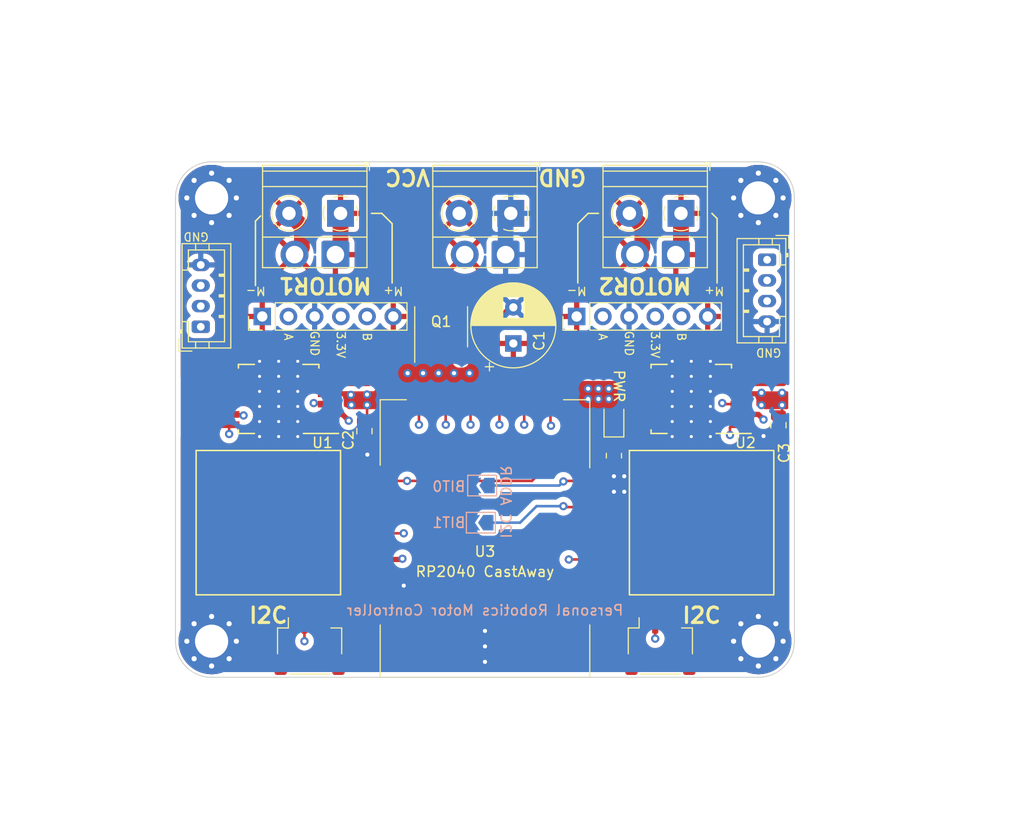
<source format=kicad_pcb>
(kicad_pcb (version 20211014) (generator pcbnew)
  (layers (0 "F.Cu" signal) (1 "In1.Cu" signal) (2 "In2.Cu" signal) (31 "B.Cu" signal) (34 "B.Paste" user) (35 "F.Paste" user) (36 "B.SilkS" user "B.Silkscreen") (37 "F.SilkS" user "F.Silkscreen") (38 "B.Mask" user) (39 "F.Mask" user) (44 "Edge.Cuts" user))
  (net 0 "")
  (net 1 "GND")
  (net 2 "VCC")
  (net 3 "+3V3")
  (net 4 "/M1A")
  (net 5 "/M1B")
  (net 6 "/M2A")
  (net 7 "/M2B")
  (net 9 "/M1_DIR")
  (net 10 "/M1_PWM")
  (net 11 "/SDA")
  (net 12 "/SCL")
  (net 13 "/M2_DIR")
  (net 14 "/M2_PWM")
  (net 15 "Net-(R1-Pad2)")
  (net 16 "/ENC1_A")
  (net 17 "/ENC1_B")
  (net 18 "/ENC2_B")
  (net 19 "/ENC2_A")
  (net 20 "/M1_FLAG")
  (net 21 "/M2_FLAG")
  (net 22 "/ENABLE")
  (net 23 "Net-(JP1-Pad1)")
  (net 24 "Net-(JP2-Pad1)")
  (net 25 "VBUS")
  (footprint "Connector_JST:JST_SH_SM04B-SRSS-TB_1x04-1MP_P1.00mm_Horizontal" (layer "F.Cu") (at 133 132)
    (fp_text reference "J7" hide)
    (fp_text value "Conn_01x04")
    (pad "1" smd roundrect locked (at -1.5 -2) (size 0.6 1.55) (layers "F.Cu" "F.Paste" "F.Mask") (net 1 "GND"))
    (pad "2" smd roundrect locked (at -0.5 -2) (size 0.6 1.55) (layers "F.Cu" "F.Paste" "F.Mask") (net 3 "+3V3"))
    (pad "3" smd roundrect locked (at 0.5 -2) (size 0.6 1.55) (layers "F.Cu" "F.Paste" "F.Mask") (net 11 "/SDA"))
    (pad "4" smd roundrect locked (at 1.5 -2) (size 0.6 1.55) (layers "F.Cu" "F.Paste" "F.Mask") (net 12 "/SCL"))
    (pad "MP" smd roundrect locked (at -2.8 1.875) (size 1.2 1.8) (layers "F.Cu" "F.Paste" "F.Mask") (roundrect_rratio 0.2083333333))
    (pad "MP" smd roundrect locked (at 2.8 1.875) (size 1.2 1.8) (layers "F.Cu" "F.Paste" "F.Mask") (roundrect_rratio 0.2083333333))
  )
  (footprint "Connector_JST:JST_PH_B4B-PH-K_1x04_P2.00mm_Vertical" (layer "F.Cu") (at 177.35 94.5 -90)
    (fp_text reference "J9" hide)
    (fp_text value "Conn_01x04")
    (pad "1" thru_hole roundrect locked (at 0 0 270) (size 1.2 1.75) (drill 0.75) (layers *.Cu *.Mask) (roundrect_rratio 0.2083333333) (net 18 "/ENC2_B"))
    (pad "2" thru_hole oval locked (at 2 0 270) (size 1.2 1.75) (drill 0.75) (layers *.Cu *.Mask) (net 19 "/ENC2_A"))
    (pad "3" thru_hole oval locked (at 4 0 270) (size 1.2 1.75) (drill 0.75) (layers *.Cu *.Mask) (net 3 "+3V3"))
    (pad "4" thru_hole oval locked (at 6 0 270) (size 1.2 1.75) (drill 0.75) (layers *.Cu *.Mask) (net 1 "GND"))
  )
  (footprint "MountingHole:MountingHole_3.2mm_M3_Pad_Via" (layer "F.Cu") (at 176.5 131.5)
    (fp_text reference "REF**" hide)
    (fp_text value "MountingHole_3.2mm_M3_Pad_Via")
    (pad "1" thru_hole circle locked (at 1.697056 1.697056) (size 0.8 0.8) (drill 0.5) (layers *.Cu *.Mask) (net 1 "GND"))
    (pad "1" thru_hole circle locked (at 1.697056 -1.697056) (size 0.8 0.8) (drill 0.5) (layers *.Cu *.Mask) (net 1 "GND"))
    (pad "1" thru_hole circle locked (at -2.4 0) (size 0.8 0.8) (drill 0.5) (layers *.Cu *.Mask) (net 1 "GND"))
    (pad "1" thru_hole circle locked (at 0 0) (size 6.4 6.4) (drill 3.2) (layers *.Cu *.Mask) (net 1 "GND"))
    (pad "1" thru_hole circle locked (at 0 0) (size 6.4 6.4) (drill 3.2) (layers *.Cu *.Mask) (net 1 "GND"))
    (pad "1" thru_hole circle locked (at -1.697056 1.697056) (size 0.8 0.8) (drill 0.5) (layers *.Cu *.Mask) (net 1 "GND"))
    (pad "1" thru_hole circle locked (at -1.697056 -1.697056) (size 0.8 0.8) (drill 0.5) (layers *.Cu *.Mask) (net 1 "GND"))
    (pad "1" thru_hole circle locked (at 0 -2.4) (size 0.8 0.8) (drill 0.5) (layers *.Cu *.Mask) (net 1 "GND"))
    (pad "1" thru_hole circle locked (at 0 2.4) (size 0.8 0.8) (drill 0.5) (layers *.Cu *.Mask) (net 1 "GND"))
    (pad "1" thru_hole circle locked (at 2.4 0) (size 0.8 0.8) (drill 0.5) (layers *.Cu *.Mask) (net 1 "GND"))
  )
  (footprint "shurik-personal:JST_VH_S2P-VH_1x02_P3.96mm_Horizontal" (layer "F.Cu") (at 152 94 180)
    (fp_text reference "J12" hide)
    (fp_text value "Conn_01x02")
    (pad "1" thru_hole roundrect (at 0 0 180) (size 2.7 2.7) (drill 1.7) (layers *.Cu *.Mask) (roundrect_rratio 0.09259296296) (net 1 "GND"))
    (pad "2" thru_hole circle (at 3.96 0 180) (size 2.7 2.7) (drill 1.7) (layers *.Cu *.Mask) (net 25 "VBUS"))
  )
  (footprint "MountingHole:MountingHole_3.2mm_M3_Pad_Via" (layer "F.Cu") (at 176.5 88.5)
    (fp_text reference "REF**" hide)
    (fp_text value "MountingHole_3.2mm_M3_Pad_Via")
    (pad "1" thru_hole circle locked (at 0 0) (size 6.4 6.4) (drill 3.2) (layers *.Cu *.Mask) (net 1 "GND"))
    (pad "1" thru_hole circle locked (at -2.4 0) (size 0.8 0.8) (drill 0.5) (layers *.Cu *.Mask) (net 1 "GND"))
    (pad "1" thru_hole circle locked (at 0 -2.4) (size 0.8 0.8) (drill 0.5) (layers *.Cu *.Mask) (net 1 "GND"))
    (pad "1" thru_hole circle locked (at 1.697056 1.697056) (size 0.8 0.8) (drill 0.5) (layers *.Cu *.Mask) (net 1 "GND"))
    (pad "1" thru_hole circle locked (at 0 0) (size 6.4 6.4) (drill 3.2) (layers *.Cu *.Mask) (net 1 "GND"))
    (pad "1" thru_hole circle locked (at 2.4 0) (size 0.8 0.8) (drill 0.5) (layers *.Cu *.Mask) (net 1 "GND"))
    (pad "1" thru_hole circle locked (at 1.697056 -1.697056) (size 0.8 0.8) (drill 0.5) (layers *.Cu *.Mask) (net 1 "GND"))
    (pad "1" thru_hole circle locked (at -1.697056 1.697056) (size 0.8 0.8) (drill 0.5) (layers *.Cu *.Mask) (net 1 "GND"))
    (pad "1" thru_hole circle locked (at -1.697056 -1.697056) (size 0.8 0.8) (drill 0.5) (layers *.Cu *.Mask) (net 1 "GND"))
    (pad "1" thru_hole circle locked (at 0 2.4) (size 0.8 0.8) (drill 0.5) (layers *.Cu *.Mask) (net 1 "GND"))
  )
  (footprint "Connector_PinHeader_2.54mm:PinHeader_1x06_P2.54mm_Vertical" (layer "F.Cu") (at 128.41 100 90)
    (fp_text reference "J4" hide)
    (fp_text value "Conn_01x06")
    (pad "1" thru_hole rect locked (at 0 0 90) (size 1.7 1.7) (drill 1) (layers *.Cu *.Mask) (net 5 "/M1B"))
    (pad "2" thru_hole oval locked (at 0 2.54 90) (size 1.7 1.7) (drill 1) (layers *.Cu *.Mask) (net 16 "/ENC1_A"))
    (pad "3" thru_hole oval locked (at 0 5.08 90) (size 1.7 1.7) (drill 1) (layers *.Cu *.Mask) (net 1 "GND"))
    (pad "4" thru_hole oval locked (at 0 7.62 90) (size 1.7 1.7) (drill 1) (layers *.Cu *.Mask) (net 3 "+3V3"))
    (pad "5" thru_hole oval locked (at 0 10.16 90) (size 1.7 1.7) (drill 1) (layers *.Cu *.Mask) (net 17 "/ENC1_B"))
    (pad "6" thru_hole oval locked (at 0 12.7 90) (size 1.7 1.7) (drill 1) (layers *.Cu *.Mask) (net 4 "/M1A"))
  )
  (footprint "shurik-personal:RP2040-castaway" (layer "F.Cu") (at 150 122.3 180)
    (fp_text reference "U3" (at 0 -0.5 unlocked) (layer "F.SilkS"))
    (fp_text value "RP2040-castaway")
    (pad "1" smd rect (at -10.16 -6.35 180) (size 2.286 1.524) (layers "F.Cu" "F.Paste" "F.Mask") (net 11 "/SDA"))
    (pad "2" smd rect (at -10.16 -3.81 180) (size 2.286 1.524) (layers "F.Cu" "F.Paste" "F.Mask") (net 12 "/SCL"))
    (pad "3" smd rect (at -10.16 -1.27 180) (size 2.286 1.524) (layers "F.Cu" "F.Paste" "F.Mask") (net 13 "/M2_DIR"))
    (pad "4" smd rect (at -10.16 1.27 180) (size 2.286 1.524) (layers "F.Cu" "F.Paste" "F.Mask") (net 14 "/M2_PWM"))
    (pad "5" smd rect (at -10.16 3.81 180) (size 2.286 1.524) (layers "F.Cu" "F.Paste" "F.Mask") (net 24 "Net-(JP2-Pad1)"))
    (pad "6" smd rect (at -10.16 6.35 180) (size 2.286 1.524) (layers "F.Cu" "F.Paste" "F.Mask") (net 23 "Net-(JP1-Pad1)"))
    (pad "7" smd rect (at -6.35 14.224 270) (size 2.286 1.524) (layers "F.Cu" "F.Paste" "F.Mask") (net 21 "/M2_FLAG"))
    (pad "8" smd rect (at -3.81 14.224 270) (size 2.286 1.524) (layers "F.Cu" "F.Paste" "F.Mask") (net 18 "/ENC2_B"))
    (pad "9" smd rect (at -1.27 14.224 270) (size 2.286 1.524) (layers "F.Cu" "F.Paste" "F.Mask") (net 19 "/ENC2_A"))
    (pad "10" smd rect (at 1.27 14.224 270) (size 2.286 1.524) (layers "F.Cu" "F.Paste" "F.Mask") (net 17 "/ENC1_B"))
    (pad "11" smd rect (at 3.81 14.224 270) (size 2.286 1.524) (layers "F.Cu" "F.Paste" "F.Mask") (net 16 "/ENC1_A"))
    (pad "12" smd rect (at 6.35 14.224 270) (size 2.286 1.524) (layers "F.Cu" "F.Paste" "F.Mask") (net 20 "/M1_FLAG"))
    (pad "13" smd rect (at 10.16 6.35) (size 2.286 1.524) (layers "F.Cu" "F.Paste" "F.Mask") (net 22 "/ENABLE"))
    (pad "14" smd rect (at 10.16 3.81) (size 2.286 1.524) (layers "F.Cu" "F.Paste" "F.Mask") (net 9 "/M1_DIR"))
    (pad "15" smd rect (at 10.16 1.27) (size 2.286 1.524) (layers "F.Cu" "F.Paste" "F.Mask") (net 10 "/M1_PWM"))
    (pad "16" smd rect (at 10.16 -1.27) (size 2.286 1.524) (layers "F.Cu" "F.Paste" "F.Mask") (net 3 "+3V3"))
    (pad "17" smd rect (at 10.16 -3.81) (size 2.286 1.524) (layers "F.Cu" "F.Paste" "F.Mask") (net 1 "GND"))
    (pad "18" smd rect (at 10.16 -6.35) (size 2.286 1.524) (layers "F.Cu" "F.Paste" "F.Mask"))
  )
  (footprint "LED_SMD:LED_0805_2012Metric" (layer "F.Cu") (at 162.5 110 90)
    (fp_text reference "D1" hide)
    (fp_text value "LED")
    (pad "1" smd roundrect locked (at -0.9375 0 90) (size 0.975 1.4) (layers "F.Cu" "F.Paste" "F.Mask") (net 15 "Net-(R1-Pad2)"))
    (pad "2" smd roundrect locked (at 0.9375 0 90) (size 0.975 1.4) (layers "F.Cu" "F.Paste" "F.Mask") (net 2 "VCC"))
  )
  (footprint "Connector_PinHeader_2.54mm:PinHeader_1x06_P2.54mm_Vertical" (layer "F.Cu") (at 158.89 100 90)
    (fp_text reference "J5" hide)
    (fp_text value "Conn_01x06")
    (pad "1" thru_hole rect locked (at 0 0 90) (size 1.7 1.7) (drill 1) (layers *.Cu *.Mask) (net 7 "/M2B"))
    (pad "2" thru_hole oval locked (at 0 2.54 90) (size 1.7 1.7) (drill 1) (layers *.Cu *.Mask) (net 19 "/ENC2_A"))
    (pad "3" thru_hole oval locked (at 0 5.08 90) (size 1.7 1.7) (drill 1) (layers *.Cu *.Mask) (net 1 "GND"))
    (pad "4" thru_hole oval locked (at 0 7.62 90) (size 1.7 1.7) (drill 1) (layers *.Cu *.Mask) (net 3 "+3V3"))
    (pad "5" thru_hole oval locked (at 0 10.16 90) (size 1.7 1.7) (drill 1) (layers *.Cu *.Mask) (net 18 "/ENC2_B"))
    (pad "6" thru_hole oval locked (at 0 12.7 90) (size 1.7 1.7) (drill 1) (layers *.Cu *.Mask) (net 6 "/M2A"))
  )
  (footprint "shurik-personal:JST_VH_S2P-VH_1x02_P3.96mm_Horizontal" (layer "F.Cu") (at 168.5 94 180)
    (fp_text reference "J11" hide)
    (fp_text value "Conn_01x02")
    (pad "1" thru_hole roundrect (at 0 0 180) (size 2.7 2.7) (drill 1.7) (layers *.Cu *.Mask) (roundrect_rratio 0.09259296296) (net 6 "/M2A"))
    (pad "2" thru_hole circle (at 3.96 0 180) (size 2.7 2.7) (drill 1.7) (layers *.Cu *.Mask) (net 7 "/M2B"))
  )
  (footprint "MountingHole:MountingHole_3.2mm_M3_Pad_Via" (layer "F.Cu") (at 123.5 131.5)
    (fp_text reference "REF**" hide)
    (fp_text value "MountingHole_3.2mm_M3_Pad_Via")
    (pad "1" thru_hole circle locked (at 0 0) (size 6.4 6.4) (drill 3.2) (layers *.Cu *.Mask) (net 1 "GND"))
    (pad "1" thru_hole circle locked (at -1.697056 1.697056) (size 0.8 0.8) (drill 0.5) (layers *.Cu *.Mask) (net 1 "GND"))
    (pad "1" thru_hole circle locked (at -1.697056 -1.697056) (size 0.8 0.8) (drill 0.5) (layers *.Cu *.Mask) (net 1 "GND"))
    (pad "1" thru_hole circle locked (at 0 2.4) (size 0.8 0.8) (drill 0.5) (layers *.Cu *.Mask) (net 1 "GND"))
    (pad "1" thru_hole circle locked (at 2.4 0) (size 0.8 0.8) (drill 0.5) (layers *.Cu *.Mask) (net 1 "GND"))
    (pad "1" thru_hole circle locked (at -2.4 0) (size 0.8 0.8) (drill 0.5) (layers *.Cu *.Mask) (net 1 "GND"))
    (pad "1" thru_hole circle locked (at 1.697056 -1.697056) (size 0.8 0.8) (drill 0.5) (layers *.Cu *.Mask) (net 1 "GND"))
    (pad "1" thru_hole circle locked (at 0 -2.4) (size 0.8 0.8) (drill 0.5) (layers *.Cu *.Mask) (net 1 "GND"))
    (pad "1" thru_hole circle locked (at 1.697056 1.697056) (size 0.8 0.8) (drill 0.5) (layers *.Cu *.Mask) (net 1 "GND"))
    (pad "1" thru_hole circle locked (at 0 0) (size 6.4 6.4) (drill 3.2) (layers *.Cu *.Mask) (net 1 "GND"))
  )
  (footprint "TerminalBlock_Phoenix:TerminalBlock_Phoenix_MKDS-1,5-2_1x02_P5.00mm_Horizontal" (layer "F.Cu") (at 152.5 90 180)
    (fp_text reference "J3" hide)
    (fp_text value "Screw_Terminal_01x02")
    (pad "1" thru_hole rect locked (at 0 0 180) (size 2.6 2.6) (drill 1.3) (layers *.Cu *.Mask) (net 1 "GND"))
    (pad "2" thru_hole circle locked (at 5 0 180) (size 2.6 2.6) (drill 1.3) (layers *.Cu *.Mask) (net 25 "VBUS"))
  )
  (footprint "Package_SO:Infineon_PG-DSO-12-11_ThermalVias" (layer "F.Cu") (at 170 108 180)
    (fp_text reference "U2" (at -5.25 -4.25) (layer "F.SilkS"))
    (fp_text value "TLE9201SG")
    (pad "1" smd rect locked (at -4.8 -2.5 180) (size 2 0.65) (layers "F.Cu" "F.Paste" "F.Mask") (net 13 "/M2_DIR"))
    (pad "2" smd rect locked (at -4.8 -1.5 180) (size 2 0.65) (layers "F.Cu" "F.Paste" "F.Mask") (net 3 "+3V3"))
    (pad "3" smd rect locked (at -4.8 -0.5 180) (size 2 0.65) (layers "F.Cu" "F.Paste" "F.Mask") (net 21 "/M2_FLAG"))
    (pad "4" smd rect locked (at -4.8 0.5 180) (size 2 0.65) (layers "F.Cu" "F.Paste" "F.Mask") (net 2 "VCC"))
    (pad "5" smd rect locked (at -4.8 1.5 180) (size 2 0.65) (layers "F.Cu" "F.Paste" "F.Mask") (net 6 "/M2A"))
    (pad "6" smd rect locked (at -4.8 2.5 180) (size 2 0.65) (layers "F.Cu" "F.Paste" "F.Mask") (net 1 "GND"))
    (pad "7" smd rect locked (at 4.8 2.5 180) (size 2 0.65) (layers "F.Cu" "F.Paste" "F.Mask") (net 7 "/M2B"))
    (pad "8" smd rect locked (at 4.8 1.5 180) (size 2 0.65) (layers "F.Cu" "F.Paste" "F.Mask") (net 1 "GND"))
    (pad "9" smd rect locked (at 4.8 0.5 180) (size 2 0.65) (layers "F.Cu" "F.Paste" "F.Mask") (net 1 "GND"))
    (pad "10" smd rect locked (at 4.8 -0.5 180) (size 2 0.65) (layers "F.Cu" "F.Paste" "F.Mask") (net 1 "GND"))
    (pad "11" smd rect locked (at 4.8 -1.5 180) (size 2 0.65) (layers "F.Cu" "F.Paste" "F.Mask") (net 22 "/ENABLE"))
    (pad "12" smd rect locked (at 4.8 -2.5 180) (size 2 0.65) (layers "F.Cu" "F.Paste" "F.Mask") (net 14 "/M2_PWM"))
    (pad "13" thru_hole circle locked (at 0 -3.65 180) (size 0.8 0.8) (drill 0.3) (layers *.Cu) (net 1 "GND"))
    (pad "13" thru_hole circle locked (at 1.85 -0.73 180) (size 0.8 0.8) (drill 0.3) (layers *.Cu) (net 1 "GND"))
    (pad "13" thru_hole circle locked (at -1.85 -0.73 180) (size 0.8 0.8) (drill 0.3) (layers *.Cu) (net 1 "GND"))
    (pad "13" thru_hole circle locked (at 1.85 0.73 180) (size 0.8 0.8) (drill 0.3) (layers *.Cu) (net 1 "GND"))
    (pad "13" thru_hole circle locked (at 0 2.19 180) (size 0.8 0.8) (drill 0.3) (layers *.Cu) (net 1 "GND"))
    (pad "13" smd rect locked (at 0 0 180) (size 4.5 8.1) (layers "B.Cu") (net 1 "GND"))
    (pad "13" thru_hole circle locked (at -1.85 -2.19 180) (size 0.8 0.8) (drill 0.3) (layers *.Cu) (net 1 "GND"))
    (pad "13" thru_hole circle locked (at 1.85 -2.19 180) (size 0.8 0.8) (drill 0.3) (layers *.Cu) (net 1 "GND"))
    (pad "13" thru_hole circle locked (at 0 0.73 180) (size 0.8 0.8) (drill 0.3) (layers *.Cu) (net 1 "GND"))
    (pad "13" thru_hole circle locked (at 1.85 -3.65 180) (size 0.8 0.8) (drill 0.3) (layers *.Cu) (net 1 "GND"))
    (pad "13" thru_hole circle locked (at 0 -0.73 180) (size 0.8 0.8) (drill 0.3) (layers *.Cu) (net 1 "GND"))
    (pad "13" smd rect locked (at 0 0 180) (size 4.5 8.1) (layers "F.Cu" "F.Mask") (net 1 "GND"))
    (pad "13" thru_hole circle locked (at 0 -2.19 180) (size 0.8 0.8) (drill 0.3) (layers *.Cu) (net 1 "GND"))
    (pad "13" thru_hole circle locked (at -1.85 3.65 180) (size 0.8 0.8) (drill 0.3) (layers *.Cu) (net 1 "GND"))
    (pad "13" thru_hole circle locked (at 1.85 2.19 180) (size 0.8 0.8) (drill 0.3) (layers *.Cu) (net 1 "GND"))
    (pad "13" thru_hole circle locked (at 1.85 3.65 180) (size 0.8 0.8) (drill 0.3) (layers *.Cu) (net 1 "GND"))
    (pad "13" thru_hole circle locked (at -1.85 2.19 180) (size 0.8 0.8) (drill 0.3) (layers *.Cu) (net 1 "GND"))
    (pad "13" thru_hole circle locked (at -1.85 -3.65 180) (size 0.8 0.8) (drill 0.3) (layers *.Cu) (net 1 "GND"))
    (pad "13" thru_hole circle locked (at 0 3.65 180) (size 0.8 0.8) (drill 0.3) (layers *.Cu) (net 1 "GND"))
    (pad "13" thru_hole circle locked (at -1.85 0.73 180) (size 0.8 0.8) (drill 0.3) (layers *.Cu) (net 1 "GND"))
  )
  (footprint "TerminalBlock_Phoenix:TerminalBlock_Phoenix_MKDS-1,5-2_1x02_P5.00mm_Horizontal" (layer "F.Cu") (at 169 90 180)
    (fp_text reference "J2" hide)
    (fp_text value "Screw_Terminal_01x02")
    (pad "1" thru_hole rect locked (at 0 0 180) (size 2.6 2.6) (drill 1.3) (layers *.Cu *.Mask) (net 6 "/M2A"))
    (pad "2" thru_hole circle locked (at 5 0 180) (size 2.6 2.6) (drill 1.3) (layers *.Cu *.Mask) (net 7 "/M2B"))
  )
  (footprint "Resistor_SMD:R_0805_2012Metric" (layer "F.Cu") (at 162.5 113.5 90)
    (fp_text reference "R1" hide)
    (fp_text value "2K")
    (pad "1" smd roundrect locked (at -0.9125 0 90) (size 1.025 1.4) (layers "F.Cu" "F.Paste" "F.Mask") (roundrect_rratio 0.243902439) (net 1 "GND"))
    (pad "2" smd roundrect locked (at 0.9125 0 90) (size 1.025 1.4) (layers "F.Cu" "F.Paste" "F.Mask") (roundrect_rratio 0.243902439) (net 15 "Net-(R1-Pad2)"))
  )
  (footprint "shurik-personal:JST_VH_S2P-VH_1x02_P3.96mm_Horizontal" (layer "F.Cu") (at 135.5 94 180)
    (fp_text reference "J10" hide)
    (fp_text value "Conn_01x02")
    (pad "1" thru_hole roundrect (at 0 0 180) (size 2.7 2.7) (drill 1.7) (layers *.Cu *.Mask) (roundrect_rratio 0.09259296296) (net 4 "/M1A"))
    (pad "2" thru_hole circle (at 3.96 0 180) (size 2.7 2.7) (drill 1.7) (layers *.Cu *.Mask) (net 5 "/M1B"))
  )
  (footprint "MountingHole:MountingHole_3.2mm_M3_Pad_Via" (layer "F.Cu") (at 123.5 88.5)
    (fp_text reference "REF**" hide)
    (fp_text value "MountingHole_3.2mm_M3_Pad_Via")
    (pad "1" thru_hole circle locked (at 1.697056 -1.697056) (size 0.8 0.8) (drill 0.5) (layers *.Cu *.Mask) (net 1 "GND"))
    (pad "1" thru_hole circle locked (at 0 0) (size 6.4 6.4) (drill 3.2) (layers *.Cu *.Mask) (net 1 "GND"))
    (pad "1" thru_hole circle locked (at 0 2.4) (size 0.8 0.8) (drill 0.5) (layers *.Cu *.Mask) (net 1 "GND"))
    (pad "1" thru_hole circle locked (at -2.4 0) (size 0.8 0.8) (drill 0.5) (layers *.Cu *.Mask) (net 1 "GND"))
    (pad "1" thru_hole circle locked (at 2.4 0) (size 0.8 0.8) (drill 0.5) (layers *.Cu *.Mask) (net 1 "GND"))
    (pad "1" thru_hole circle locked (at 0 -2.4) (size 0.8 0.8) (drill 0.5) (layers *.Cu *.Mask) (net 1 "GND"))
    (pad "1" thru_hole circle locked (at -1.697056 -1.697056) (size 0.8 0.8) (drill 0.5) (layers *.Cu *.Mask) (net 1 "GND"))
    (pad "1" thru_hole circle locked (at -1.697056 1.697056) (size 0.8 0.8) (drill 0.5) (layers *.Cu *.Mask) (net 1 "GND"))
    (pad "1" thru_hole circle locked (at 1.697056 1.697056) (size 0.8 0.8) (drill 0.5) (layers *.Cu *.Mask) (net 1 "GND"))
    (pad "1" thru_hole circle locked (at 0 0) (size 6.4 6.4) (drill 3.2) (layers *.Cu *.Mask) (net 1 "GND"))
  )
  (footprint "Capacitor_SMD:C_0805_2012Metric" (layer "F.Cu") (at 138.316 111.124 -90)
    (fp_text reference "C2" (at 0.876 1.566 90) (layer "F.SilkS"))
    (fp_text value "100nF")
    (pad "1" smd roundrect locked (at -0.95 0 270) (size 1 1.45) (layers "F.Cu" "F.Paste" "F.Mask") (net 2 "VCC"))
    (pad "2" smd roundrect locked (at 0.95 0 270) (size 1 1.45) (layers "F.Cu" "F.Paste" "F.Mask") (net 1 "GND"))
  )
  (footprint "Capacitor_SMD:C_0805_2012Metric" (layer "F.Cu") (at 178.448 110.55 -90)
    (fp_text reference "C3" (at 2.7 -0.552 90) (layer "F.SilkS"))
    (fp_text value "100nF")
    (pad "1" smd roundrect locked (at -0.95 0 270) (size 1 1.45) (layers "F.Cu" "F.Paste" "F.Mask") (net 2 "VCC"))
    (pad "2" smd roundrect locked (at 0.95 0 270) (size 1 1.45) (layers "F.Cu" "F.Paste" "F.Mask") (net 1 "GND"))
  )
  (footprint "Package_SO:SOIC-8_3.9x4.9mm_P1.27mm" (layer "F.Cu") (at 145.75 101 90)
    (fp_text reference "Q1" (at 0.5 0 180) (layer "F.SilkS"))
    (fp_text value "AO4407A")
    (pad "1" smd roundrect locked (at -2.475 -1.905 90) (size 1.95 0.6) (layers "F.Cu" "F.Paste" "F.Mask") (net 2 "VCC"))
    (pad "2" smd roundrect locked (at -2.475 -0.635 90) (size 1.95 0.6) (layers "F.Cu" "F.Paste" "F.Mask") (net 2 "VCC"))
    (pad "3" smd roundrect locked (at -2.475 0.635 90) (size 1.95 0.6) (layers "F.Cu" "F.Paste" "F.Mask") (net 2 "VCC"))
    (pad "4" smd roundrect locked (at -2.475 1.905 90) (size 1.95 0.6) (layers "F.Cu" "F.Paste" "F.Mask") (net 1 "GND"))
    (pad "5" smd roundrect locked (at 2.475 1.905 90) (size 1.95 0.6) (layers "F.Cu" "F.Paste" "F.Mask") (net 25 "VBUS"))
    (pad "6" smd roundrect locked (at 2.475 0.635 90) (size 1.95 0.6) (layers "F.Cu" "F.Paste" "F.Mask") (net 25 "VBUS"))
    (pad "7" smd roundrect locked (at 2.475 -0.635 90) (size 1.95 0.6) (layers "F.Cu" "F.Paste" "F.Mask") (net 25 "VBUS"))
    (pad "8" smd roundrect locked (at 2.475 -1.905 90) (size 1.95 0.6) (layers "F.Cu" "F.Paste" "F.Mask") (net 25 "VBUS"))
  )
  (footprint "TerminalBlock_Phoenix:TerminalBlock_Phoenix_MKDS-1,5-2_1x02_P5.00mm_Horizontal" (layer "F.Cu") (at 136 90 180)
    (fp_text reference "J1" hide)
    (fp_text value "Screw_Terminal_01x02")
    (pad "1" thru_hole rect locked (at 0 0 180) (size 2.6 2.6) (drill 1.3) (layers *.Cu *.Mask) (net 4 "/M1A"))
    (pad "2" thru_hole circle locked (at 5 0 180) (size 2.6 2.6) (drill 1.3) (layers *.Cu *.Mask) (net 5 "/M1B"))
  )
  (footprint "Capacitor_THT:CP_Radial_D8.0mm_P3.50mm" (layer "F.Cu") (at 152.75 102.616651 90)
    (fp_text reference "C1" (at 0.25 2.5 90) (layer "F.SilkS"))
    (fp_text value "220uF")
    (pad "1" thru_hole rect locked (at 0 0 90) (size 1.6 1.6) (drill 0.8) (layers *.Cu *.Mask) (net 2 "VCC"))
    (pad "2" thru_hole circle locked (at 3.5 0 90) (size 1.6 1.6) (drill 0.8) (layers *.Cu *.Mask) (net 1 "GND"))
  )
  (footprint "Connector_JST:JST_SH_SM04B-SRSS-TB_1x04-1MP_P1.00mm_Horizontal" (layer "F.Cu") (at 167 132)
    (fp_text reference "J6" hide)
    (fp_text value "Conn_01x04")
    (pad "1" smd roundrect locked (at -1.5 -2) (size 0.6 1.55) (layers "F.Cu" "F.Paste" "F.Mask") (net 1 "GND"))
    (pad "2" smd roundrect locked (at -0.5 -2) (size 0.6 1.55) (layers "F.Cu" "F.Paste" "F.Mask") (net 3 "+3V3"))
    (pad "3" smd roundrect locked (at 0.5 -2) (size 0.6 1.55) (layers "F.Cu" "F.Paste" "F.Mask") (net 11 "/SDA"))
    (pad "4" smd roundrect locked (at 1.5 -2) (size 0.6 1.55) (layers "F.Cu" "F.Paste" "F.Mask") (net 12 "/SCL"))
    (pad "MP" smd roundrect locked (at -2.8 1.875) (size 1.2 1.8) (layers "F.Cu" "F.Paste" "F.Mask") (roundrect_rratio 0.2083333333))
    (pad "MP" smd roundrect locked (at 2.8 1.875) (size 1.2 1.8) (layers "F.Cu" "F.Paste" "F.Mask") (roundrect_rratio 0.2083333333))
  )
  (footprint "Package_SO:Infineon_PG-DSO-12-11_ThermalVias" (layer "F.Cu") (at 130 108 180)
    (fp_text reference "U1" (at -4.25 -4.25) (layer "F.SilkS"))
    (fp_text value "TLE9201SG")
    (pad "1" smd rect locked (at -4.8 -2.5 180) (size 2 0.65) (layers "F.Cu" "F.Paste" "F.Mask") (net 9 "/M1_DIR"))
    (pad "2" smd rect locked (at -4.8 -1.5 180) (size 2 0.65) (layers "F.Cu" "F.Paste" "F.Mask") (net 3 "+3V3"))
    (pad "3" smd rect locked (at -4.8 -0.5 180) (size 2 0.65) (layers "F.Cu" "F.Paste" "F.Mask") (net 20 "/M1_FLAG"))
    (pad "4" smd rect locked (at -4.8 0.5 180) (size 2 0.65) (layers "F.Cu" "F.Paste" "F.Mask") (net 2 "VCC"))
    (pad "5" smd rect locked (at -4.8 1.5 180) (size 2 0.65) (layers "F.Cu" "F.Paste" "F.Mask") (net 4 "/M1A"))
    (pad "6" smd rect locked (at -4.8 2.5 180) (size 2 0.65) (layers "F.Cu" "F.Paste" "F.Mask") (net 1 "GND"))
    (pad "7" smd rect locked (at 4.8 2.5 180) (size 2 0.65) (layers "F.Cu" "F.Paste" "F.Mask") (net 5 "/M1B"))
    (pad "8" smd rect locked (at 4.8 1.5 180) (size 2 0.65) (layers "F.Cu" "F.Paste" "F.Mask") (net 1 "GND"))
    (pad "9" smd rect locked (at 4.8 0.5 180) (size 2 0.65) (layers "F.Cu" "F.Paste" "F.Mask") (net 1 "GND"))
    (pad "10" smd rect locked (at 4.8 -0.5 180) (size 2 0.65) (layers "F.Cu" "F.Paste" "F.Mask") (net 1 "GND"))
    (pad "11" smd rect locked (at 4.8 -1.5 180) (size 2 0.65) (layers "F.Cu" "F.Paste" "F.Mask") (net 22 "/ENABLE"))
    (pad "12" smd rect locked (at 4.8 -2.5 180) (size 2 0.65) (layers "F.Cu" "F.Paste" "F.Mask") (net 10 "/M1_PWM"))
    (pad "13" thru_hole circle locked (at 1.85 2.19 180) (size 0.8 0.8) (drill 0.3) (layers *.Cu) (net 1 "GND"))
    (pad "13" thru_hole circle locked (at 1.85 -3.65 180) (size 0.8 0.8) (drill 0.3) (layers *.Cu) (net 1 "GND"))
    (pad "13" thru_hole circle locked (at 1.85 3.65 180) (size 0.8 0.8) (drill 0.3) (layers *.Cu) (net 1 "GND"))
    (pad "13" thru_hole circle locked (at -1.85 0.73 180) (size 0.8 0.8) (drill 0.3) (layers *.Cu) (net 1 "GND"))
    (pad "13" thru_hole circle locked (at 0 0.73 180) (size 0.8 0.8) (drill 0.3) (layers *.Cu) (net 1 "GND"))
    (pad "13" thru_hole circle locked (at -1.85 -2.19 180) (size 0.8 0.8) (drill 0.3) (layers *.Cu) (net 1 "GND"))
    (pad "13" thru_hole circle locked (at -1.85 -3.65 180) (size 0.8 0.8) (drill 0.3) (layers *.Cu) (net 1 "GND"))
    (pad "13" thru_hole circle locked (at -1.85 2.19 180) (size 0.8 0.8) (drill 0.3) (layers *.Cu) (net 1 "GND"))
    (pad "13" thru_hole circle locked (at 1.85 -0.73 180) (size 0.8 0.8) (drill 0.3) (layers *.Cu) (net 1 "GND"))
    (pad "13" thru_hole circle locked (at 0 -2.19 180) (size 0.8 0.8) (drill 0.3) (layers *.Cu) (net 1 "GND"))
    (pad "13" thru_hole circle locked (at -1.85 -0.73 180) (size 0.8 0.8) (drill 0.3) (layers *.Cu) (net 1 "GND"))
    (pad "13" thru_hole circle locked (at -1.85 3.65 180) (size 0.8 0.8) (drill 0.3) (layers *.Cu) (net 1 "GND"))
    (pad "13" thru_hole circle locked (at 1.85 -2.19 180) (size 0.8 0.8) (drill 0.3) (layers *.Cu) (net 1 "GND"))
    (pad "13" smd rect locked (at 0 0 180) (size 4.5 8.1) (layers "F.Cu" "F.Mask") (net 1 "GND"))
    (pad "13" thru_hole circle locked (at 1.85 0.73 180) (size 0.8 0.8) (drill 0.3) (layers *.Cu) (net 1 "GND"))
    (pad "13" thru_hole circle locked (at 0 2.19 180) (size 0.8 0.8) (drill 0.3) (layers *.Cu) (net 1 "GND"))
    (pad "13" thru_hole circle locked (at 0 -0.73 180) (size 0.8 0.8) (drill 0.3) (layers *.Cu) (net 1 "GND"))
    (pad "13" thru_hole circle locked (at 0 3.65 180) (size 0.8 0.8) (drill 0.3) (layers *.Cu) (net 1 "GND"))
    (pad "13" smd rect locked (at 0 0 180) (size 4.5 8.1) (layers "B.Cu") (net 1 "GND"))
    (pad "13" thru_hole circle locked (at 0 -3.65 180) (size 0.8 0.8) (drill 0.3) (layers *.Cu) (net 1 "GND"))
  )
  (footprint "Connector_JST:JST_PH_B4B-PH-K_1x04_P2.00mm_Vertical" (layer "F.Cu") (at 122.45 101 90)
    (fp_text reference "J8" hide)
    (fp_text value "Conn_01x04")
    (pad "1" thru_hole roundrect locked (at 0 0 90) (size 1.2 1.75) (drill 0.75) (layers *.Cu *.Mask) (roundrect_rratio 0.2083333333) (net 17 "/ENC1_B"))
    (pad "2" thru_hole oval locked (at 2 0 90) (size 1.2 1.75) (drill 0.75) (layers *.Cu *.Mask) (net 16 "/ENC1_A"))
    (pad "3" thru_hole oval locked (at 4 0 90) (size 1.2 1.75) (drill 0.75) (layers *.Cu *.Mask) (net 3 "+3V3"))
    (pad "4" thru_hole oval locked (at 6 0 90) (size 1.2 1.75) (drill 0.75) (layers *.Cu *.Mask) (net 1 "GND"))
  )
  (footprint "Jumper:SolderJumper-2_P1.3mm_Open_TrianglePad1.0x1.5mm" (layer "B.Cu") (at 149.725 116.4 180)
    (fp_text reference "JP1" hide)
    (fp_text value "SolderJumper_2_Open")
    (pad "1" smd custom locked (at -0.725 0 180) (size 0.3 0.3) (layers "B.Cu" "B.Mask") (net 23 "Net-(JP1-Pad1)") (options (clearance outline) (anchor rect)) (primitives (gr_poly (pts (xy 1 0) (xy 0.5 0.75) (xy -0.5 0.75) (xy -0.5 -0.75) (xy 0.5 -0.75)) (width 0) (fill yes))))
    (pad "2" smd custom locked (at 0.725 0 180) (size 0.3 0.3) (layers "B.Cu" "B.Mask") (net 1 "GND") (options (clearance outline) (anchor rect)) (primitives (gr_poly (pts (xy 0.5 0.75) (xy -0.65 0.75) (xy -0.15 0) (xy -0.65 -0.75) (xy 0.5 -0.75)) (width 0) (fill yes))))
  )
  (footprint "Jumper:SolderJumper-2_P1.3mm_Open_TrianglePad1.0x1.5mm" (layer "B.Cu") (at 149.6 120 180)
    (fp_text reference "JP2" hide)
    (fp_text value "SolderJumper_2_Open")
    (pad "1" smd custom locked (at -0.725 0 180) (size 0.3 0.3) (layers "B.Cu" "B.Mask") (net 24 "Net-(JP2-Pad1)") (options (clearance outline) (anchor rect)) (primitives (gr_poly (pts (xy 1 0) (xy 0.5 0.75) (xy -0.5 0.75) (xy -0.5 -0.75) (xy 0.5 -0.75)) (width 0) (fill yes))))
    (pad "2" smd custom locked (at 0.725 0 180) (size 0.3 0.3) (layers "B.Cu" "B.Mask") (net 1 "GND") (options (clearance outline) (anchor rect)) (primitives (gr_poly (pts (xy 0.5 0.75) (xy -0.65 0.75) (xy -0.15 0) (xy -0.65 -0.75) (xy 0.5 -0.75)) (width 0) (fill yes))))
  )
  (gr_rect (start 164 113) (end 178 127) (layer "F.SilkS") (width 0.15) (fill none))
  (gr_rect (start 122 113) (end 136 127) (layer "F.SilkS") (width 0.15) (fill none))
  (gr_line (start 159 96.75) (end 159 91) (layer "F.SilkS") (width 0.15))
  (gr_line (start 172.5 96.75) (end 172.5 91) (layer "F.SilkS") (width 0.15))
  (gr_line (start 172.5 90.5) (end 172 90) (layer "F.SilkS") (width 0.15))
  (gr_line (start 127.75 91.5) (end 127.75 90.75) (layer "F.SilkS") (width 0.15))
  (gr_line (start 141 92.25) (end 141 91) (layer "F.SilkS") (width 0.15))
  (gr_line (start 172.5 91) (end 172.5 90.5) (layer "F.SilkS") (width 0.15))
  (gr_line (start 140 90) (end 139 90) (layer "F.SilkS") (width 0.15))
  (gr_line (start 127.75 90.75) (end 128.25 90.25) (layer "F.SilkS") (width 0.15))
  (gr_line (start 141 91) (end 140 90) (layer "F.SilkS") (width 0.15))
  (gr_line (start 141 96.75) (end 141 92.25) (layer "F.SilkS") (width 0.15))
  (gr_line (start 160 90) (end 161 90) (layer "F.SilkS") (width 0.15))
  (gr_line (start 159 91) (end 160 90) (layer "F.SilkS") (width 0.15))
  (gr_line (start 127.75 97) (end 127.75 91.5) (layer "F.SilkS") (width 0.15))
  (gr_line (start 180 88.5) (end 180 131.5) (layer "Edge.Cuts") (width 0.1))
  (gr_arc (start 123.5 135) (mid 121.025126 133.974874) (end 120 131.5) (layer "Edge.Cuts") (width 0.1))
  (gr_arc (start 176.5 85) (mid 178.974874 86.025126) (end 180 88.5) (layer "Edge.Cuts") (width 0.1))
  (gr_arc (start 180 131.5) (mid 178.974874 133.974874) (end 176.5 135) (layer "Edge.Cuts") (width 0.1))
  (gr_line (start 176.5 135) (end 123.5 135) (layer "Edge.Cuts") (width 0.1))
  (gr_arc (start 120 88.5) (mid 121.025126 86.025126) (end 123.5 85) (layer "Edge.Cuts") (width 0.1))
  (gr_line (start 120 131.5) (end 120 88.5) (layer "Edge.Cuts") (width 0.1))
  (gr_line (start 123.5 85) (end 176.5 85) (layer "Edge.Cuts") (width 0.1))
  (gr_text "I2C ADDR" (at 152 118 270) (layer "B.SilkS") (effects (font (size 1 1)) (justify mirror)))
  (gr_text "BIT1" (at 146.5 120) (layer "B.SilkS") (effects (font (size 1 1)) (justify mirror)))
  (gr_text "Personal Robotics Motor Controller\n" (at 150 128.5) (layer "B.SilkS") (effects (font (size 1 1)) (justify mirror)))
  (gr_text "BIT0" (at 146.5 116.5) (layer "B.SilkS") (effects (font (size 1 1)) (justify mirror)))
  (gr_text "B" (at 138.57 101.98 270) (layer "F.SilkS") (effects (font (size 0.8 0.8) (thickness 0.12))))
  (gr_text "M+" (at 141.11 97.535 180) (layer "F.SilkS") (effects (font (size 0.8 0.8) (thickness 0.12))))
  (gr_text "B" (at 169.05 101.98 270) (layer "F.SilkS") (effects (font (size 0.8 0.8) (thickness 0.12))))
  (gr_text "I2C" (at 129 129) (layer "F.SilkS") (effects (font (size 1.5 1.5) (thickness 0.3))))
  (gr_text "GND" (at 133.49 102.615 270) (layer "F.SilkS") (effects (font (size 0.8 0.8) (thickness 0.12))))
  (gr_text "3.3V" (at 166.5 102.75 270) (layer "F.SilkS") (effects (font (size 0.8 0.8) (thickness 0.12))))
  (gr_text "M+" (at 172.225 97.535 180) (layer "F.SilkS") (effects (font (size 0.8 0.8) (thickness 0.12))))
  (gr_text "I2C" (at 171 129) (layer "F.SilkS") (effects (font (size 1.5 1.5) (thickness 0.3))))
  (gr_text "M-" (at 127.775 97.535 180) (layer "F.SilkS") (effects (font (size 0.8 0.8) (thickness 0.12))))
  (gr_text "M-" (at 158.89 97.535 180) (layer "F.SilkS") (effects (font (size 0.8 0.8) (thickness 0.12))))
  (gr_text "RP2040 CastAway" (at 150 124.75) (layer "F.SilkS") (effects (font (size 1 1))))
  (gr_text "A" (at 130.95 101.98 270) (layer "F.SilkS") (effects (font (size 0.8 0.8) (thickness 0.12))))
  (gr_text "MOTOR1" (at 134.5 97 180) (layer "F.SilkS") (effects (font (size 1.5 1.5) (thickness 0.3))))
  (gr_text "GND" (at 157.5 86.5 180) (layer "F.SilkS") (effects (font (size 1.5 1.5) (thickness 0.3))))
  (gr_text "GND" (at 122 92.25 180) (layer "F.SilkS") (effects (font (size 0.8 0.8) (thickness 0.12))))
  (gr_text "GND" (at 163.97 102.615 270) (layer "F.SilkS") (effects (font (size 0.8 0.8) (thickness 0.12))))
  (gr_text "3.3V" (at 136.03 102.75 270) (layer "F.SilkS") (effects (font (size 0.8 0.8) (thickness 0.12))))
  (gr_text "GND" (at 177.5 103.5 180) (layer "F.SilkS") (effects (font (size 0.8 0.8) (thickness 0.12))))
  (gr_text "PWR" (at 163 106.75 270) (layer "F.SilkS") (effects (font (size 1 1))))
  (gr_text "A" (at 161.43 101.98 270) (layer "F.SilkS") (effects (font (size 0.8 0.8) (thickness 0.12))))
  (gr_text "VCC" (at 142.5 86.5 180) (layer "F.SilkS") (effects (font (size 1.5 1.5) (thickness 0.3))))
  (gr_text "MOTOR2" (at 165.5 97 180) (layer "F.SilkS") (effects (font (size 1.5 1.5) (thickness 0.3))))
  (segment (start 152.263349 99.116651) (end 153 99.116651) (width 0.25) (layer "F.Cu") (net 1))
  (segment (start 147.905 103.475) (end 152.263349 99.116651) (width 0.25) (layer "F.Cu") (net 1))
  (segment (start 134.8 105.5) (end 130.31 105.5) (width 0.508) (layer "F.Cu") (net 1))
  (segment (start 177.1 111.5) (end 177 111.6) (width 0.25) (layer "F.Cu") (net 1))
  (segment (start 139.84 126.11) (end 142.126 126.11) (width 0.508) (layer "F.Cu") (net 1))
  (segment (start 138.6 113.4) (end 138.6 112.358) (width 0.25) (layer "F.Cu") (net 1))
  (segment (start 178.448 111.5) (end 177.1 111.5) (width 0.25) (layer "F.Cu") (net 1))
  (segment (start 167.88 108.5) (end 168.65 109.27) (width 0.508) (layer "F.Cu") (net 1))
  (segment (start 174.8 105.5) (end 170.31 105.5) (width 0.508) (layer "F.Cu") (net 1))
  (via (at 150 132) (size 0.8) (drill 0.4) (layers "F.Cu" "B.Cu") (net 1))
  (via (at 150 133.5) (size 0.8) (drill 0.4) (layers "F.Cu" "B.Cu") (net 1))
  (via (at 162.5 117) (size 0.8) (drill 0.4) (layers "F.Cu" "B.Cu") (net 1))
  (via (at 142.126 126.11) (size 0.8) (drill 0.4) (layers "F.Cu" "B.Cu") (net 1))
  (via (at 177 111.6) (size 0.8) (drill 0.4) (layers "F.Cu" "B.Cu") (net 1))
  (via (at 162.5 115.5) (size 0.8) (drill 0.4) (layers "F.Cu" "B.Cu") (net 1))
  (via (at 163.5 117) (size 0.8) (drill 0.4) (layers "F.Cu" "B.Cu") (net 1))
  (via (at 150 130.5) (size 0.8) (drill 0.4) (layers "F.Cu" "B.Cu") (net 1))
  (via (at 163.5 115.5) (size 0.8) (drill 0.4) (layers "F.Cu" "B.Cu") (net 1))
  (via (at 138.6 113.4) (size 0.8) (drill 0.4) (layers "F.Cu" "B.Cu") (net 1))
  (segment (start 152.25 90.25) (end 152.25 90.5) (width 0.508) (layer "B.Cu") (net 1))
  (segment (start 152.5 90) (end 152.25 90.25) (width 0.508) (layer "B.Cu") (net 1))
  (segment (start 152 94) (end 152 90.5) (width 1.524) (layer "B.Cu") (net 1))
  (segment (start 152 90.5) (end 152.5 90) (width 1.524) (layer "B.Cu") (net 1))
  (segment (start 134.8 107.5) (end 136.9 107.5) (width 0.508) (layer "F.Cu") (net 2))
  (segment (start 178.8 108.6) (end 178.8 109.248) (width 0.25) (layer "F.Cu") (net 2))
  (segment (start 176.7 107.5) (end 176.8 107.4) (width 0.508) (layer "F.Cu") (net 2))
  (segment (start 162.5 109.0625) (end 162.5 108.5) (width 0.25) (layer "F.Cu") (net 2))
  (segment (start 136.9 107.5) (end 137 107.6) (width 0.508) (layer "F.Cu") (net 2))
  (segment (start 162.5 108.5) (end 162 108) (width 0.25) (layer "F.Cu") (net 2))
  (segment (start 138.57 108.584) (end 138.57 109.92) (width 0.25) (layer "F.Cu") (net 2))
  (segment (start 174.8 107.5) (end 176.7 107.5) (width 0.508) (layer "F.Cu") (net 2))
  (via (at 160 108) (size 0.8) (drill 0.4) (layers "F.Cu" "B.Cu") (net 2))
  (via (at 145.5 105.5) (size 0.8) (drill 0.4) (layers "F.Cu" "B.Cu") (net 2))
  (via (at 147 105.5) (size 0.8) (drill 0.4) (layers "F.Cu" "B.Cu") (net 2))
  (via (at 162 108) (size 0.8) (drill 0.4) (layers "F.Cu" "B.Cu") (net 2))
  (via (at 142.5 105.5) (size 0.8) (drill 0.4) (layers "F.Cu" "B.Cu") (net 2))
  (via (at 148.5 105.5) (size 0.8) (drill 0.4) (layers "F.Cu" "B.Cu") (net 2))
  (via (at 178.8 107.4) (size 0.8) (drill 0.4) (layers "F.Cu" "B.Cu") (net 2))
  (via (at 137 107.6) (size 0.8) (drill 0.4) (layers "F.Cu" "B.Cu") (net 2))
  (via (at 178.8 108.6) (size 0.8) (drill 0.4) (layers "F.Cu" "B.Cu") (net 2))
  (via (at 162 107) (size 0.8) (drill 0.4) (layers "F.Cu" "B.Cu") (net 2))
  (via (at 161 108) (size 0.8) (drill 0.4) (layers "F.Cu" "B.Cu") (net 2))
  (via (at 137.046 108.584) (size 0.8) (drill 0.4) (layers "F.Cu" "B.Cu") (net 2))
  (via (at 161 107) (size 0.8) (drill 0.4) (layers "F.Cu" "B.Cu") (net 2))
  (via (at 176.8 107.4) (size 0.8) (drill 0.4) (layers "F.Cu" "B.Cu") (net 2))
  (via (at 138.57 108.584) (size 0.8) (drill 0.4) (layers "F.Cu" "B.Cu") (net 2))
  (via (at 176.8 108.6) (size 0.8) (drill 0.4) (layers "F.Cu" "B.Cu") (net 2))
  (via (at 138.57 107.568) (size 0.8) (drill 0.4) (layers "F.Cu" "B.Cu") (net 2))
  (via (at 160 107) (size 0.8) (drill 0.4) (layers "F.Cu" "B.Cu") (net 2))
  (via (at 144 105.5) (size 0.8) (drill 0.4) (layers "F.Cu" "B.Cu") (net 2))
  (segment (start 136.792 110.108) (end 136.184 109.5) (width 0.508) (layer "F.Cu") (net 3))
  (segment (start 174.8 109.5) (end 176.5 109.5) (width 0.508) (layer "F.Cu") (net 3))
  (segment (start 166.5 130) (end 166.5 131.25) (width 0.25) (layer "F.Cu") (net 3))
  (segment (start 176.5 109.5) (end 177 110) (width 0.508) (layer "F.Cu") (net 3))
  (segment (start 132.5 130) (end 132.5 131.5) (width 0.25) (layer "F.Cu") (net 3))
  (segment (start 141.93 123.57) (end 142 123.5) (width 0.508) (layer "F.Cu") (net 3))
  (segment (start 139.84 123.57) (end 141.93 123.57) (width 0.508) (layer "F.Cu") (net 3))
  (segment (start 136.184 109.5) (end 134.8 109.5) (width 0.508) (layer "F.Cu") (net 3))
  (via (at 136.792 110.108) (size 0.8) (drill 0.4) (layers "F.Cu" "B.Cu") (net 3))
  (via (at 142 123.5) (size 0.8) (drill 0.4) (layers "F.Cu" "B.Cu") (net 3))
  (via (at 177 110) (size 0.8) (drill 0.4) (layers "F.Cu" "B.Cu") (net 3))
  (via (at 166.5 131.25) (size 0.8) (drill 0.4) (layers "F.Cu" "B.Cu") (net 3))
  (via (at 132.5 131.5) (size 0.8) (drill 0.4) (layers "F.Cu" "B.Cu") (net 3))
  (segment (start 134.8 106.5) (end 138.75 106.5) (width 0.508) (layer "F.Cu") (net 4))
  (segment (start 136 93.5) (end 135.5 94) (width 1.524) (layer "F.Cu") (net 4))
  (segment (start 136 90) (end 136 93.5) (width 1.524) (layer "F.Cu") (net 4))
  (segment (start 131 90) (end 132.25 91.25) (width 1.524) (layer "F.Cu") (net 5))
  (segment (start 132.25 93.29) (end 131.54 94) (width 1.524) (layer "F.Cu") (net 5))
  (segment (start 132.25 91.25) (end 132.25 93.29) (width 1.524) (layer "F.Cu") (net 5))
  (segment (start 174.8 106.5) (end 178.956 106.5) (width 0.508) (layer "F.Cu") (net 6))
  (segment (start 169 93.5) (end 168.5 94) (width 1.524) (layer "F.Cu") (net 6))
  (segment (start 169 90) (end 169 93.5) (width 1.524) (layer "F.Cu") (net 6))
  (segment (start 165.25 93.29) (end 164.54 94) (width 1.524) (layer "F.Cu") (net 7))
  (segment (start 164 90) (end 165.25 91.25) (width 1.524) (layer "F.Cu") (net 7))
  (segment (start 165.25 91.25) (end 165.25 93.29) (width 1.524) (layer "F.Cu") (net 7))
  (segment (start 135 114.8) (end 135 110.7) (width 0.25) (layer "F.Cu") (net 9))
  (segment (start 139.84 118.49) (end 138.69 118.49) (width 0.25) (layer "F.Cu") (net 9))
  (segment (start 138.69 118.49) (end 135 114.8) (width 0.25) (layer "F.Cu") (net 9))
  (segment (start 125.2 110.5) (end 125.2 111.4) (width 0.25) (layer "F.Cu") (net 10))
  (segment (start 142.126 121.03) (end 139.84 121.03) (width 0.25) (layer "F.Cu") (net 10))
  (via (at 125.2 111.4) (size 0.8) (drill 0.4) (layers "F.Cu" "B.Cu") (net 10))
  (via (at 142.126 121.03) (size 0.8) (drill 0.4) (layers "F.Cu" "B.Cu") (net 10))
  (segment (start 144.5 131.5) (end 134 131.5) (width 0.25) (layer "F.Cu") (net 11))
  (segment (start 160.16 128.65) (end 147.35 128.65) (width 0.25) (layer "F.Cu") (net 11))
  (segment (start 134 131.5) (end 133.5 131) (width 0.25) (layer "F.Cu") (net 11))
  (segment (start 160.16 128.65) (end 166.65 128.65) (width 0.25) (layer "F.Cu") (net 11))
  (segment (start 166.65 128.65) (end 167.5 129.5) (width 0.25) (layer "F.Cu") (net 11))
  (segment (start 147.35 128.65) (end 144.5 131.5) (width 0.25) (layer "F.Cu") (net 11))
  (segment (start 133.5 131) (end 133.5 130) (width 0.25) (layer "F.Cu") (net 11))
  (segment (start 135.936511 127.563489) (end 134.5 129) (width 0.25) (layer "F.Cu") (net 12))
  (segment (start 160.16 126.11) (end 146.39 126.11) (width 0.25) (layer "F.Cu") (net 12))
  (segment (start 134.5 129) (end 134.5 130) (width 0.25) (layer "F.Cu") (net 12))
  (segment (start 146.39 126.11) (end 144.936511 127.563489) (width 0.25) (layer "F.Cu") (net 12))
  (segment (start 144.936511 127.563489) (end 135.936511 127.563489) (width 0.25) (layer "F.Cu") (net 12))
  (segment (start 165.11 126.11) (end 168.5 129.5) (width 0.25) (layer "F.Cu") (net 12))
  (segment (start 160.16 126.11) (end 165.11 126.11) (width 0.25) (layer "F.Cu") (net 12))
  (segment (start 173.75 111.5) (end 173.75 110.75) (width 0.25) (layer "F.Cu") (net 13))
  (segment (start 173.75 110.75) (end 174 110.5) (width 0.25) (layer "F.Cu") (net 13))
  (segment (start 160.16 123.57) (end 158.128 123.57) (width 0.25) (layer "F.Cu") (net 13))
  (via (at 173.75 111.5) (size 0.8) (drill 0.4) (layers "F.Cu" "B.Cu") (net 13))
  (via (at 158.128 123.57) (size 0.8) (drill 0.4) (layers "F.Cu" "B.Cu") (net 13))
  (segment (start 160.16 121.03) (end 162.7 121.03) (width 0.25) (layer "F.Cu") (net 14))
  (segment (start 165.4 118.33) (end 165.4 110.7) (width 0.25) (layer "F.Cu") (net 14))
  (segment (start 162.7 121.03) (end 165.4 118.33) (width 0.25) (layer "F.Cu") (net 14))
  (segment (start 162.5 110.9375) (end 162.5 112.5875) (width 0.25) (layer "F.Cu") (net 15))
  (segment (start 146.19 110.49) (end 146.2 110.5) (width 0.25) (layer "F.Cu") (net 16))
  (segment (start 146.19 108.076) (end 146.19 110.49) (width 0.25) (layer "F.Cu") (net 16))
  (via (at 146.2 110.5) (size 0.8) (drill 0.4) (layers "F.Cu" "B.Cu") (net 16))
  (segment (start 148.6 110.5) (end 148.6 107.946) (width 0.25) (layer "F.Cu") (net 17))
  (via (at 148.6 110.5) (size 0.8) (drill 0.4) (layers "F.Cu" "B.Cu") (net 17))
  (segment (start 153.8 110.5) (end 153.8 108.066) (width 0.25) (layer "F.Cu") (net 18))
  (via (at 153.8 110.5) (size 0.8) (drill 0.4) (layers "F.Cu" "B.Cu") (net 18))
  (segment (start 151.4 110.5) (end 151.4 107.946) (width 0.25) (layer "F.Cu") (net 19))
  (via (at 151.4 110.5) (size 0.8) (drill 0.4) (layers "F.Cu" "B.Cu") (net 19))
  (segment (start 143.6 110.5) (end 143.6 108.126) (width 0.25) (layer "F.Cu") (net 20))
  (segment (start 134.8 108.5) (end 133.5 108.5) (width 0.25) (layer "F.Cu") (net 20))
  (segment (start 133.5 108.5) (end 133.4 108.4) (width 0.25) (layer "F.Cu") (net 20))
  (via (at 143.6 110.5) (size 0.8) (drill 0.4) (layers "F.Cu" "B.Cu") (net 20))
  (via (at 133.4 108.4) (size 0.8) (drill 0.4) (layers "F.Cu" "B.Cu") (net 20))
  (segment (start 173 108.4) (end 173.1 108.5) (width 0.25) (layer "F.Cu") (net 21))
  (segment (start 156.35 110.55) (end 156.35 108.076) (width 0.25) (layer "F.Cu") (net 21))
  (segment (start 156.4 110.6) (end 156.35 110.55) (width 0.25) (layer "F.Cu") (net 21))
  (segment (start 173.1 108.5) (end 174.8 108.5) (width 0.25) (layer "F.Cu") (net 21))
  (via (at 173 108.4) (size 0.8) (drill 0.4) (layers "F.Cu" "B.Cu") (net 21))
  (via (at 156.4 110.6) (size 0.8) (drill 0.4) (layers "F.Cu" "B.Cu") (net 21))
  (segment (start 164 109.5) (end 163.5 110) (width 0.25) (layer "F.Cu") (net 22))
  (segment (start 126.5 109.5) (end 126.6 109.6) (width 0.25) (layer "F.Cu") (net 22))
  (segment (start 160.5 110) (end 154.55 115.95) (width 0.25) (layer "F.Cu") (net 22))
  (segment (start 125.2 109.5) (end 126.5 109.5) (width 0.25) (layer "F.Cu") (net 22))
  (segment (start 142.45 115.95) (end 139.84 115.95) (width 0.25) (layer "F.Cu") (net 22))
  (segment (start 154.55 115.95) (end 142.45 115.95) (width 0.25) (layer "F.Cu") (net 22))
  (segment (start 163.5 110) (end 160.5 110) (width 0.25) (layer "F.Cu") (net 22))
  (segment (start 165.2 109.5) (end 164 109.5) (width 0.25) (layer "F.Cu") (net 22))
  (via (at 142.45 115.95) (size 0.8) (drill 0.4) (layers "F.Cu" "B.Cu") (net 22))
  (via (at 126.6 109.6) (size 0.8) (drill 0.4) (layers "F.Cu" "B.Cu") (net 22))
  (segment (start 157.6 116) (end 157.65 115.95) (width 0.25) (layer "F.Cu") (net 23))
  (segment (start 157.65 115.95) (end 160.16 115.95) (width 0.25) (layer "F.Cu") (net 23))
  (via (at 157.6 116) (size 0.8) (drill 0.4) (layers "F.Cu" "B.Cu") (net 23))
  (segment (start 157.2 116.4) (end 157.6 116) (width 0.25) (layer "B.Cu") (net 23))
  (segment (start 150.45 116.4) (end 157.2 116.4) (width 0.25) (layer "B.Cu") (net 23))
  (segment (start 157.6 118.4) (end 157.69 118.49) (width 0.25) (layer "F.Cu") (net 24))
  (segment (start 157.69 118.49) (end 160.16 118.49) (width 0.25) (layer "F.Cu") (net 24))
  (via (at 157.6 118.4) (size 0.8) (drill 0.4) (layers "F.Cu" "B.Cu") (net 24))
  (segment (start 153.4 120) (end 155 118.4) (width 0.25) (layer "B.Cu") (net 24))
  (segment (start 155 118.4) (end 157.6 118.4) (width 0.25) (layer "B.Cu") (net 24))
  (segment (start 150.325 120) (end 153.4 120) (width 0.25) (layer "B.Cu") (net 24))
  (zone (net 1) (net_name "GND") (layer "F.Cu") (connect_pads yes (clearance 0.508)) (min_thickness 0.254) (fill yes (thermal_gap 0.508) (thermal_bridge_width 0.508))
    (polygon (pts (xy 162.5 135) (xy 136 135) (xy 136 130) (xy 162.5 130)))
  )
  (zone (net 1) (net_name "GND") (layer "F.Cu") (connect_pads yes (clearance 0.508)) (min_thickness 0.254) (fill yes (thermal_gap 0.508) (thermal_bridge_width 0.508))
    (polygon (pts (xy 130.696 109.092) (xy 124.092 109.092) (xy 124.092 106.044) (xy 130.696 106.044)))
  )
  (zone (net 2) (net_name "VCC") (layer "F.Cu") (priority 2) (connect_pads yes (clearance 0.508)) (min_thickness 0.254) (fill yes (thermal_gap 0.508) (thermal_bridge_width 0.508))
    (polygon (pts (xy 139.5 109) (xy 136.284 109) (xy 136.224 107.25) (xy 139.5 107.25)))
  )
  (zone (net 1) (net_name "GND") (layer "F.Cu") (connect_pads yes (clearance 0.508)) (min_thickness 0.254) (fill yes (thermal_gap 0.508) (thermal_bridge_width 0.508))
    (polygon (pts (xy 137 135) (xy 120 135) (xy 120 111.6) (xy 137 111.6)))
  )
  (zone (net 7) (net_name "/M2B") (layer "F.Cu") (priority 1) (connect_pads thru_hole_only (clearance 0.508)) (min_thickness 0.254) (fill yes (thermal_gap 0.508) (thermal_bridge_width 0.508))
    (polygon (pts (xy 166 96) (xy 162.5 98.6) (xy 160 98.6) (xy 160 101.5) (xy 162.6 101.5) (xy 166.2 105) (xy 166.2 105.5) (xy 159.6 105.5) (xy 156 102) (xy 156 92) (xy 161.5 87.5) (xy 166 87.5)))
  )
  (zone (net 25) (net_name "VBUS") (layer "F.Cu") (priority 2) (connect_pads thru_hole_only (clearance 0.508)) (min_thickness 0.254) (fill yes (thermal_gap 0.508) (thermal_bridge_width 0.508))
    (polygon (pts (xy 150 92.836) (xy 150 95.63) (xy 150 100.5) (xy 144.25 100.5) (xy 144 98.5) (xy 144 96.5) (xy 144 87.502) (xy 150 87.5)))
  )
  (zone (net 5) (net_name "/M1B") (layer "F.Cu") (priority 1) (connect_pads thru_hole_only (clearance 0.508)) (min_thickness 0.254) (fill yes (thermal_gap 0.508) (thermal_bridge_width 0.508))
    (polygon (pts (xy 133.236 96) (xy 129.68 98.17) (xy 129.68 100.964) (xy 126.632 104.266) (xy 126.632 106) (xy 120 106) (xy 120 99.5) (xy 120 93) (xy 126 93) (xy 129.5 87.5) (xy 133.236 87.5)))
  )
  (zone (net 4) (net_name "/M1A") (layer "F.Cu") (priority 1) (connect_pads thru_hole_only (clearance 0.508)) (min_thickness 0.254) (fill yes (thermal_gap 0.508) (thermal_bridge_width 0.508))
    (polygon (pts (xy 143.25 92.5) (xy 143.25 101.5) (xy 139 106.75) (xy 136.03 106.75) (xy 136.03 105.79) (xy 140 101.5) (xy 140 98.5) (xy 137.5 98.5) (xy 134 96) (xy 134 87.5) (xy 138.5 87.5)))
  )
  (zone (net 1) (net_name "GND") (layer "F.Cu") (connect_pads yes (clearance 0.508)) (min_thickness 0.254) (fill yes (thermal_gap 0.508) (thermal_bridge_width 0.508))
    (polygon (pts (xy 169.8 108.8) (xy 164.2 108.8) (xy 164.2 106.2) (xy 169.8 106.2)))
  )
  (zone (net 6) (net_name "/M2A") (layer "F.Cu") (connect_pads thru_hole_only (clearance 0.508)) (min_thickness 0.254) (fill yes (thermal_gap 0.508) (thermal_bridge_width 0.508))
    (polygon (pts (xy 174 93) (xy 180 93) (xy 180 104.2) (xy 180 106.75) (xy 176 106.75) (xy 176 105.028) (xy 170.5 101.4) (xy 170.5 98.5) (xy 167 96) (xy 167 87.5) (xy 171.5 87.5)))
  )
  (zone (net 2) (net_name "VCC") (layer "F.Cu") (priority 2) (connect_pads yes (clearance 0.508)) (min_thickness 0.254) (fill yes (thermal_gap 0.508) (thermal_bridge_width 0.508))
    (polygon (pts (xy 163.5 109) (xy 159 109) (xy 157 106.25) (xy 163.5 106.25)))
  )
  (zone (net 2) (net_name "VCC") (layer "F.Cu") (priority 1) (connect_pads thru_hole_only (clearance 0.508)) (min_thickness 0.254) (fill yes (thermal_gap 0.508) (thermal_bridge_width 0.508))
    (polygon (pts (xy 154.25 102) (xy 159.25 106.25) (xy 160.25 109) (xy 139 109) (xy 139 107.5) (xy 142.134146 104.207317) (xy 144 102) (xy 147.5 102)))
  )
  (zone (net 1) (net_name "GND") (layer "F.Cu") (connect_pads yes (clearance 0.508)) (min_thickness 0.254) (fill yes (thermal_gap 0.508) (thermal_bridge_width 0.508))
    (polygon (pts (xy 180 111.4) (xy 180 135) (xy 161.8 135) (xy 161.8 111.4) (xy 172.6 111.4)))
  )
  (zone (net 2) (net_name "VCC") (layer "F.Cu") (priority 2) (connect_pads yes (clearance 0.508)) (min_thickness 0.254) (fill yes (thermal_gap 0.508) (thermal_bridge_width 0.508))
    (polygon (pts (xy 179.4 109) (xy 176.2 109) (xy 176.2 107.25) (xy 179.4 107.25)))
  )
  (zone (net 1) (net_name "GND") (layer "B.Cu") (connect_pads yes (clearance 0.508)) (min_thickness 0.254) (fill yes (thermal_gap 0.508) (thermal_bridge_width 0.508))
    (polygon (pts (xy 185 136.5) (xy 116.5 136.5) (xy 115.5 81) (xy 187 81)))
  )
)
</source>
